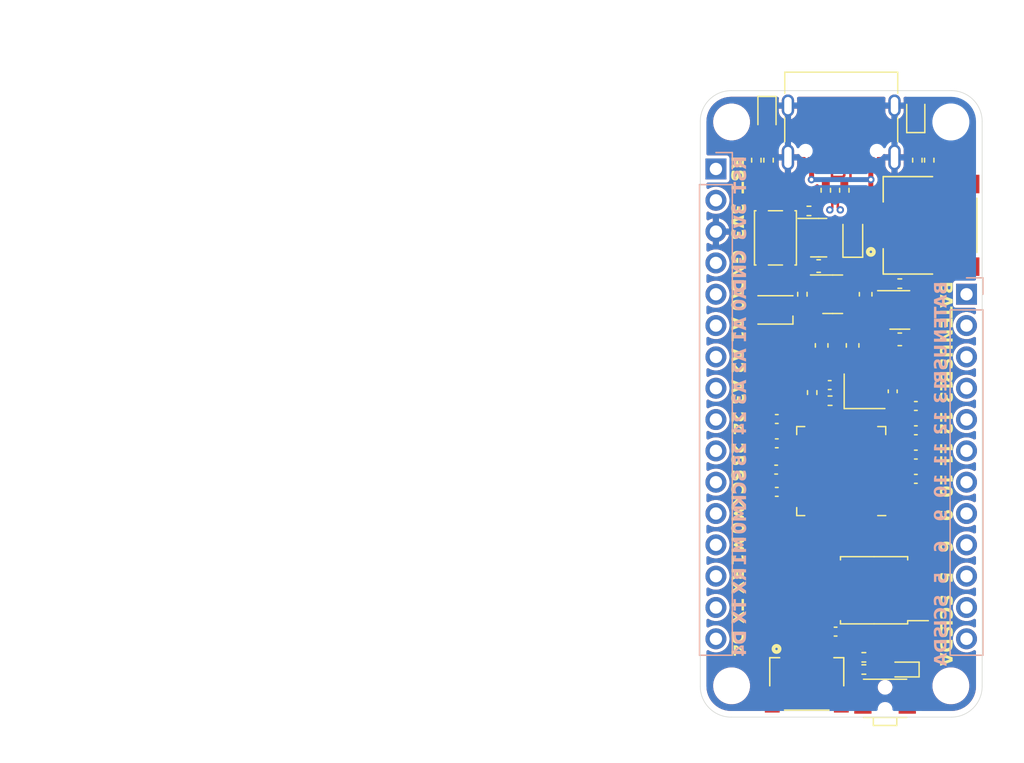
<source format=kicad_pcb>
(kicad_pcb (version 20240108) (generator "pcbnew") (generator_version "8.0")
  (layers (0 "F.Cu" signal) (31 "B.Cu" signal) (34 "B.Paste" user) (35 "F.Paste" user) (36 "B.SilkS" user "B.Silkscreen") (37 "F.SilkS" user "F.Silkscreen") (38 "B.Mask" user) (39 "F.Mask" user) (44 "Edge.Cuts" user))
  (net 0 "")
  (net 1 "GND")
  (net 2 "Net-(U1-XIN)")
  (net 3 "Net-(C2-Pad2)")
  (net 4 "Net-(D1-K)")
  (net 5 "+3V3")
  (net 6 "VBAT")
  (net 7 "+1V2")
  (net 8 "VBUS")
  (net 9 "Net-(D2-A)")
  (net 10 "Net-(D2-K)")
  (net 11 "Net-(D3-A)")
  (net 12 "Net-(D3-K)")
  (net 13 "Net-(D4-A)")
  (net 15 "/RGB_LED")
  (net 16 "Net-(J1-D--PadA7)")
  (net 18 "Net-(J1-D+-PadA6)")
  (net 19 "Net-(J1-CC1)")
  (net 21 "Net-(J1-CC2)")
  (net 22 "/SDA")
  (net 23 "/SCL")
  (net 43 "/~{RST}")
  (net 44 "Net-(U1-XOUT)")
  (net 45 "/QSPI_SS")
  (net 46 "/USB_DN")
  (net 47 "/USB_DP")
  (net 48 "Net-(U3-EN)")
  (net 49 "Net-(U4-PROG)")
  (net 50 "/GPIO13")
  (net 51 "/GPIO29_ADC3")
  (net 52 "/GPIO28_ADC2")
  (net 53 "/QSPI_SD1")
  (net 54 "/GPIO0")
  (net 55 "/GPIO1")
  (net 56 "/QSPI_SCLK")
  (net 57 "/GPIO18")
  (net 58 "/GPIO25")
  (net 59 "/SWCLK")
  (net 60 "/GPIO20")
  (net 61 "/GPIO23")
  (net 62 "/GPIO2")
  (net 63 "/GPIO6")
  (net 64 "/GPIO4")
  (net 65 "/GPIO12")
  (net 66 "/GPIO10")
  (net 67 "/QSPI_SD2")
  (net 69 "/GPIO11")
  (net 70 "/GPIO16")
  (net 71 "/GPIO19")
  (net 72 "/GPIO17")
  (net 73 "/GPIO14")
  (net 74 "/GPIO27_ADC1")
  (net 75 "/QSPI_SD3")
  (net 76 "/QSPI_SD0")
  (net 77 "/GPIO9")
  (net 78 "/GPIO15")
  (net 79 "/GPIO21")
  (net 80 "/SWD")
  (net 81 "/GPIO3")
  (net 82 "/GPIO26_ADC0")
  (net 83 "/GPIO22")
  (net 84 "/GPIO8")
  (net 85 "/GPIO7")
  (net 86 "/GPIO5")
  (net 87 "/GPIO24")
  (footprint "Package_DFN_QFN:QFN-56-1EP_7x7mm_P0.4mm_EP3.2x3.2mm" (layer "F.Cu") (at 132.0064 97.117 180)
    (property "Reference" "U1" (hide yes))
    (property "Value" "RP2040")
  )
  (footprint "MountingHole:MountingHole_2.5mm" (layer "F.Cu") (at 140.8964 114.5286)
    (property "Reference" "H4" (hide yes))
    (property "Value" "MountingHole")
  )
  (footprint "Button_Switch_SMD:SW_SPST_PTS810" (layer "F.Cu") (at 126.6724 78.2066 90)
    (property "Reference" "SW2" (hide yes))
    (property "Value" "SW_Push")
  )
  (footprint "Capacitor_SMD:C_0402_1005Metric" (layer "F.Cu") (at 126.7814 98.8049)
    (property "Reference" "C15" (hide yes))
    (property "Value" "100nF")
  )
  (footprint "LED_SMD:LED_WS2812B-2020_PLCC4_2.0x2.0mm" (layer "F.Cu") (at 126.6724 84.0486 180)
    (property "Reference" "D5" (hide yes))
    (property "Value" "WS2812B")
  )
  (footprint "Resistor_SMD:R_0402_1005Metric" (layer "F.Cu") (at 125.123 71.9074 90)
    (property "Reference" "R13" (hide yes))
    (property "Value" "10K")
  )
  (footprint "Resistor_SMD:R_0402_1005Metric" (layer "F.Cu") (at 128.8568 82.7786 -90)
    (property "Reference" "R9" (hide yes))
    (property "Value" "10K")
  )
  (footprint "MountingHole:MountingHole_2.5mm" (layer "F.Cu") (at 123.1164 68.8086)
    (property "Reference" "H2" (hide yes))
    (property "Value" "MountingHole")
  )
  (footprint "Capacitor_SMD:C_0402_1005Metric" (layer "F.Cu") (at 138.059 91.8393)
    (property "Reference" "C7" (hide yes))
    (property "Value" "100nF")
  )
  (footprint "Connector_USB:USB_C_Receptacle_G-Switch_GT-USB-7010ASV" (layer "F.Cu") (at 132.0064 68.5546 180)
    (property "Reference" "J1" (hide yes))
    (property "Value" "USB_C_Receptacle_USB2.0")
  )
  (footprint "Package_TO_SOT_SMD:SOT-23-5" (layer "F.Cu") (at 131.3151 82.7786)
    (property "Reference" "U3" (hide yes))
    (property "Value" "AP2112K-3.3")
  )
  (footprint "Button_Switch_SMD:SW_SPST_EVQP7C" (layer "F.Cu") (at 135.5624 115.5446)
    (property "Reference" "SW1" (hide yes))
    (property "Value" "SW_Push")
  )
  (footprint "S2B-PH-SM4-TB_LF__SN_:JST_S2B-PH-SM4-TB_LF__SN_" (layer "F.Cu") (at 135.7604 77.1906 90)
    (property "Reference" "J6" (hide yes))
    (property "Value" "BAT")
  )
  (footprint "Crystal:Crystal_SMD_2520-4Pin_2.5x2.0mm" (layer "F.Cu") (at 133.896 90.6485)
    (property "Reference" "Y1" (hide yes))
    (property "Value" "24MHz")
  )
  (footprint "Package_TO_SOT_SMD:SOT-23-5" (layer "F.Cu") (at 136.7562 84.0486)
    (property "Reference" "U4" (hide yes))
    (property "Value" "MCP73831")
  )
  (footprint "MountingHole:MountingHole_2.5mm" (layer "F.Cu") (at 140.8964 68.8086)
    (property "Reference" "H1" (hide yes))
    (property "Value" "MountingHole")
  )
  (footprint "LED_SMD:LED_0603_1608Metric" (layer "F.Cu") (at 125.9866 68.2244 -90)
    (property "Reference" "D4" (hide yes))
    (property "Value" "LED")
  )
  (footprint "Resistor_SMD:R_0402_1005Metric" (layer "F.Cu") (at 132.2564 74.3458 -90)
    (property "Reference" "R6" (hide yes))
    (property "Value" "220")
  )
  (footprint "Resistor_SMD:R_0402_1005Metric" (layer "F.Cu") (at 138.1786 71.9074 -90)
    (property "Reference" "R4" (hide yes))
    (property "Value" "5K1")
  )
  (footprint "Capacitor_SMD:C_0603_1608Metric" (layer "F.Cu") (at 130.4208 86.9271 90)
    (property "Reference" "C6" (hide yes))
    (property "Value" "1uF")
  )
  (footprint "Diode_SMD:D_SOD-110" (layer "F.Cu") (at 132.9462 78.1681 90)
    (property "Reference" "D1" (hide yes))
    (property "Value" "MBR0520")
  )
  (footprint "Resistor_SMD:R_0402_1005Metric" (layer "F.Cu") (at 136.7562 81.915 180)
    (property "Reference" "R10" (hide yes))
    (property "Value" "5K1")
  )
  (footprint "LED_SMD:LED_0603_1608Metric" (layer "F.Cu") (at 138.0516 68.1844 90)
    (property "Reference" "D2" (hide yes))
    (property "Value" "LED")
  )
  (footprint "Resistor_SMD:R_0402_1005Metric" (layer "F.Cu") (at 131.102 91.4105 180)
    (property "Reference" "R2" (hide yes))
    (property "Value" "1K")
  )
  (footprint "Resistor_SMD:R_0402_1005Metric" (layer "F.Cu") (at 133.8424 113.2078)
    (property "Reference" "R12" (hide yes))
    (property "Value" "10K")
  )
  (footprint "Package_SO:SOIC-8_5.23x5.23mm_P1.27mm" (layer "F.Cu") (at 134.6708 106.7816 180)
    (property "Reference" "U2" (hide yes))
    (property "Value" "W25Q128JVS")
  )
  (footprint "Capacitor_SMD:C_0603_1608Metric" (layer "F.Cu") (at 136.7562 86.4362)
    (property "Reference" "C5" (hide yes))
    (property "Value" "10u")
  )
  (footprint "Package_TO_SOT_SMD:SOT-23" (layer "F.Cu") (at 130.1776 78.1906)
    (property "Reference" "Q1" (hide yes))
    (property "Value" "BSS83P")
  )
  (footprint "Capacitor_SMD:C_0402_1005Metric" (layer "F.Cu") (at 126.7814 92.8949)
    (property "Reference" "C12" (hide yes))
    (property "Value" "100nF")
  )
  (footprint "Capacitor_SMD:C_0402_1005Metric" (layer "F.Cu") (at 126.7814 94.8649)
    (property "Reference" "C13" (hide yes))
    (property "Value" "100nF")
  )
  (footprint "Capacitor_SMD:C_0402_1005Metric" (layer "F.Cu") (at 131.074 90.1405 180)
    (property "Reference" "C2" (hide yes))
    (property "Value" "22p")
  )
  (footprint "Resistor_SMD:R_0402_1005Metric" (layer "F.Cu") (at 129.6522 90.7501 -90)
    (property "Reference" "R1" (hide yes))
    (property "Value" "10K")
  )
  (footprint "Resistor_SMD:R_0402_1005Metric" (layer "F.Cu") (at 126.1136 71.9074 -90)
    (property "Reference" "R5" (hide yes))
    (property "Value" "5K1")
  )
  (footprint "Diode_SMD:D_SOD-523" (layer "F.Cu") (at 137.0624 113.2078 180)
    (property "Reference" "D3" (hide yes))
    (property "Value" "1N4148WT")
  )
  (footprint "Resistor_SMD:R_0402_1005Metric" (layer "F.Cu") (at 130.7564 74.3458 -90)
    (property "Reference" "R7" (hide yes))
    (property "Value" "220")
  )
  (footprint "Capacitor_SMD:C_0402_1005Metric" (layer "F.Cu") (at 136.182 90.6485 90)
    (property "Reference" "C1" (hide yes))
    (property "Value" "22p")
  )
  (footprint "Capacitor_SMD:C_0603_1608Metric" (layer "F.Cu") (at 133.9876 82.7786 -90)
    (property "Reference" "C4" (hide yes))
    (property "Value" "10u")
  )
  (footprint "Resistor_SMD:R_0402_1005Metric" (layer "F.Cu") (at 133.8424 112.2172)
    (property "Reference" "R3" (hide yes))
    (property "Value" "10K")
  )
  (footprint "Resistor_SMD:R_0402_1005Metric" (layer "F.Cu") (at 139.1438 71.9074 -90)
    (property "Reference" "R11" (hide yes))
    (property "Value" "10K")
  )
  (footprint "Capacitor_SMD:C_0402_1005Metric" (layer "F.Cu") (at 138.059 95.7793)
    (property "Reference" "C10" (hide yes))
    (property "Value" "100nF")
  )
  (footprint "Capacitor_SMD:C_0402_1005Metric" (layer "F.Cu") (at 131.5508 110.1344)
    (property "Reference" "C16" (hide yes))
    (property "Value" "100nF")
  )
  (footprint "Resistor_SMD:R_0402_1005Metric" (layer "F.Cu") (at 129.3902 76.0222)
    (property "Reference" "R8" (hide yes))
    (property "Value" "10K")
  )
  (footprint "Capacitor_SMD:C_0603_1608Metric" (layer "F.Cu") (at 130.1776 80.4926 180)
    (property "Reference" "C3" (hide yes))
    (property "Value" "10u")
  )
  (footprint "Capacitor_SMD:C_0603_1608Metric" (layer "F.Cu") (at 132.9308 86.9271 90)
    (property "Reference" "C9" (hide yes))
    (property "Value" "1uF")
  )
  (footprint "SM04B-SRSS-TB_LF__SN_:JST_SM04B-SRSS-TB_LF__SN_" (layer "F.Cu") (at 129.2124 111.9236)
    (property "Reference" "J2" (hide yes))
    (property "Value" "I2C")
  )
  (footprint "Capacitor_SMD:C_0402_1005Metric" (layer "F.Cu") (at 138.059 93.8093)
    (property "Reference" "C8" (hide yes))
    (property "Value" "100nF")
  )
  (footprint "Capacitor_SMD:C_0402_1005Metric" (layer "F.Cu") (at 138.059 97.7493)
    (property "Reference" "C11" (hide yes))
    (property "Value" "100nF")
  )
  (footprint "MountingHole:MountingHole_2.5mm" (layer "F.Cu") (at 123.1164 114.5286)
    (property "Reference" "H3" (hide yes))
    (property "Value" "MountingHole")
  )
  (footprint "Capacitor_SMD:C_0402_1005Metric" (layer "F.Cu") (at 126.7306 96.9985)
    (property "Reference" "C14" (hide yes))
    (property "Value" "100nF")
  )
  (footprint "Connector_PinHeader_2.54mm:PinHeader_1x16_P2.54mm_Vertical" (layer "B.Cu") (at 121.8464 72.6186 180)
    (property "Reference" "J4" (hide yes))
    (property "Value" "Conn_01x16")
  )
  (footprint "Connector_PinHeader_2.54mm:PinHeader_1x12_P2.54mm_Vertical" (layer "B.Cu") (at 142.1664 82.7786 180)
    (property "Reference" "J5" (hide yes))
    (property "Value" "Conn_01x12")
  )
  (gr_arc (start 140.9364 66.2686) (mid 142.704167 67.000833) (end 143.4364 68.7686) (stroke (width 0.05)) (layer "Edge.Cuts"))
  (gr_line (start 123.0764 117.0686) (end 140.9364 117.0686) (stroke (width 0.05)) (layer "Edge.Cuts"))
  (gr_line (start 123.0764 66.2686) (end 140.9364 66.2686) (stroke (width 0.05)) (layer "Edge.Cuts"))
  (gr_line (start 143.4364 68.7686) (end 143.4364 114.5686) (stroke (width 0.05)) (layer "Edge.Cuts"))
  (gr_arc (start 120.5764 68.7686) (mid 121.308633 67.000833) (end 123.0764 66.2686) (stroke (width 0.05)) (layer "Edge.Cuts"))
  (gr_line (start 120.5764 68.7686) (end 120.5764 114.5686) (stroke (width 0.05)) (layer "Edge.Cuts"))
  (gr_arc (start 123.0764 117.0686) (mid 121.308633 116.336367) (end 120.5764 114.5686) (stroke (width 0.05)) (layer "Edge.Cuts"))
  (gr_arc (start 143.4364 114.5686) (mid 142.704167 116.336367) (end 140.9364 117.0686) (stroke (width 0.05)) (layer "Edge.Cuts"))
  (gr_text "3V3" (at 124.46 75.3872 90) (layer "B.SilkS") (effects (font (size 1 1) (thickness 0.25) (bold yes)) (justify left bottom mirror)))
  (gr_text "GND" (at 124.46 79.1972 90) (layer "B.SilkS") (effects (font (size 1 1) (thickness 0.25) (bold yes)) (justify left bottom mirror)))
  (gr_text "5" (at 140.716 105.302556 -270) (layer "B.SilkS") (effects (font (size 1 1) (thickness 0.25) (bold yes)) (justify left bottom mirror)))
  (gr_text "6" (at 140.716 102.762556 -270) (layer "B.SilkS") (effects (font (size 1 1) (thickness 0.25) (bold yes)) (justify left bottom mirror)))
  (gr_text "25" (at 124.46 94.786956 90) (layer "B.SilkS") (effects (font (size 1 1) (thickness 0.25) (bold yes)) (justify left bottom mirror)))
  (gr_text "12" (at 140.716 92.2528 -270) (layer "B.SilkS") (effects (font (size 1 1) (thickness 0.25) (bold yes)) (justify left bottom mirror)))
  (gr_text "M1" (at 124.46 102.406956 90) (layer "B.SilkS") (effects (font (size 1 1) (thickness 0.25) (bold yes)) (justify left bottom mirror)))
  (gr_text "A1" (at 124.46 84.626956 90) (layer "B.SilkS") (effects (font (size 1 1) (thickness 0.25) (bold yes)) (justify left bottom mirror)))
  (gr_text "24" (at 124.46 92.246956 90) (layer "B.SilkS") (effects (font (size 1 1) (thickness 0.25) (bold yes)) (justify left bottom mirror)))
  (gr_text "A0" (at 124.46 82.086956 90) (layer "B.SilkS") (effects (font (size 1 1) (thickness 0.25) (bold yes)) (justify left bottom mirror)))
  (gr_text "A3" (at 124.46 89.706956 90) (layer "B.SilkS") (effects (font (size 1 1) (thickness 0.25) (bold yes)) (justify left bottom mirror)))
  (gr_text "SCL" (at 140.716 107.143044 -270) (layer "B.SilkS") (effects (font (size 1 1) (thickness 0.25) (bold yes)) (justify left bottom mirror)))
  (gr_text "11" (at 140.716 94.7928 -270) (layer "B.SilkS") (effects (font (size 1 1) (thickness 0.25) (bold yes)) (justify left bottom mirror)))
  (gr_text "TX" (at 124.46 107.486956 90) (layer "B.SilkS") (effects (font (size 1 1) (thickness 0.25) (bold yes)) (justify left bottom mirror)))
  (gr_text "SDA" (at 140.716 109.683044 -270) (layer "B.SilkS") (effects (font (size 1 1) (thickness 0.25) (bold yes)) (justify left bottom mirror)))
  (gr_text "EN" (at 140.716 84.6328 -270) (layer "B.SilkS") (effects (font (size 1 1) (thickness 0.25) (bold yes)) (justify left bottom mirror)))
  (gr_text "RST" (at 124.46 71.5772 90) (layer "B.SilkS") (effects (font (size 1 1) (thickness 0.25) (bold yes)) (justify left bottom mirror)))
  (gr_text "SCK" (at 124.46 96.9772 90) (layer "B.SilkS") (effects (font (size 1 1) (thickness 0.25) (bold yes)) (justify left bottom mirror)))
  (gr_text "A2" (at 124.46 87.166956 90) (layer "B.SilkS") (effects (font (size 1 1) (thickness 0.25) (bold yes)) (justify left bottom mirror)))
  (gr_text "13" (at 140.716 89.7128 -270) (layer "B.SilkS") (effects (font (size 1 1) (thickness 0.25) (bold yes)) (justify left bottom mirror)))
  (gr_text "9" (at 140.716 100.222556 -270) (layer "B.SilkS") (effects (font (size 1 1) (thickness 0.25) (bold yes)) (justify left bottom mirror)))
  (gr_text "10" (at 140.716 97.3328 -270) (layer "B.SilkS") (effects (font (size 1 1) (thickness 0.25) (bold yes)) (justify left bottom mirror)))
  (gr_text "D4" (at 124.46 110.026956 90) (layer "B.SilkS") (effects (font (size 1 1) (thickness 0.25) (bold yes)) (justify left bottom mirror)))
  (gr_text "USB" (at 140.716 86.823044 -270) (layer "B.SilkS") (effects (font (size 1 1) (thickness 0.25) (bold yes)) (justify left bottom mirror)))
  (gr_text "RX" (at 124.46 104.946956 90) (layer "B.SilkS") (effects (font (size 1 1) (thickness 0.25) (bold yes)) (justify left bottom mirror)))
  (gr_text "BAT" (at 140.716 81.743044 -270) (layer "B.SilkS") (effects (font (size 1 1) (thickness 0.25) (bold yes)) (justify left bottom mirror)))
  (gr_text "M0" (at 124.46 99.866956 90) (layer "B.SilkS") (effects (font (size 1 1) (thickness 0.25) (bold yes)) (justify left bottom mirror)))
  (gr_text "3V3" (at 122.931652 75.379333 -90) (layer "F.SilkS") (effects (font (size 1 1) (thickness 0.25) (bold yes)) (justify left bottom)))
  (gr_text "EN" (at 139.8524 84.619089 270) (layer "F.SilkS") (effects (font (size 1 1) (thickness 0.25) (bold yes)) (justify left bottom)))
  (gr_text "5" (at 139.8524 105.288845 270) (layer "F.SilkS") (effects (font (size 1 1) (thickness 0.25) (bold yes)) (justify left bottom)))
  (gr_text "SDA" (at 139.8524 109.669333 270) (layer "F.SilkS") (effects (font (size 1 1) (thickness 0.25) (bold yes)) (justify left bottom)))
  (gr_text "A3" (at 122.931652 89.699089 -90) (layer "F.SilkS") (effects (font (size 1 1) (thickness 0.25) (bold yes)) (justify left bottom)))
  (gr_text "24" (at 122.931652 92.239089 -90) (layer "F.SilkS") (effects (font (size 1 1) (thickness 0.25) (bold yes)) (justify left bottom)))
  (gr_text "25" (at 122.931652 94.779089 -90) (layer "F.SilkS") (effects (font (size 1 1) (thickness 0.25) (bold yes)) (justify left bottom)))
  (gr_text "A2" (at 122.931652 87.159089 -90) (layer "F.SilkS") (effects (font (size 1 1) (thickness 0.25) (bold yes)) (justify left bottom)))
  (gr_text "USB" (at 139.8524 86.809333 270) (layer "F.SilkS") (effects (font (size 1 1) (thickness 0.25) (bold yes)) (justify left bottom)))
  (gr_text "SCK" (at 122.931652 96.969333 -90) (layer "F.SilkS") (effects (font (size 1 1) (thickness 0.25) (bold yes)) (justify left bottom)))
  (gr_text "10" (at 139.8524 97.319089 270) (layer "F.SilkS") (effects (font (size 1 1) (thickness 0.25) (bold yes)) (justify left bottom)))
  (gr_text "M1" (at 122.931652 102.399089 -90) (layer "F.SilkS") (effects (font (size 1 1) (thickness 0.25) (bold yes)) (justify left bottom)))
  (gr_text "BAT" (at 139.8524 81.729333 270) (layer "F.SilkS") (effects (font (size 1 1) (thickness 0.25) (bold yes)) (justify left bottom)))
  (gr_text "M0" (at 122.931652 99.859089 -90) (layer "F.SilkS") (effects (font (size 1 1) (thickness 0.25) (bold yes)) (justify left bottom)))
  (gr_text "TX" (at 122.931652 107.479089 -90) (layer "F.SilkS") (effects (font (size 1 1) (thickness 0.25) (bold yes)) (justify left bottom)))
  (gr_text "6" (at 139.8524 102.748845 270) (layer "F.SilkS") (effects (font (size 1 1) (thickness 0.25) (bold yes)) (justify left bottom)))
  (gr_text "GND" (at 122.931652 79.189333 -90) (layer "F.SilkS") (effects (font (size 1 1) (thickness 0.25) (bold yes)) (justify left bottom)))
  (gr_text "A0" (at 122.931652 82.079089 -90) (layer "F.SilkS") (effects (font (size 1 1) (thickness 0.25) (bold yes)) (justify left bottom)))
  (gr_text "D4" (at 122.931652 110.019089 -90) (layer "F.SilkS") (effects (font (size 1 1) (thickness 0.25) (bold yes)) (justify left bottom)))
  (gr_text "11" (at 139.8524 94.779089 270) (layer "F.SilkS") (effects (font (size 1 1) (thickness 0.25) (bold yes)) (justify left bottom)))
  (gr_text "13" (at 139.8524 89.699089 270) (layer "F.SilkS") (effects (font (size 1 1) (thickness 0.25) (bold yes)) (justify left bottom)))
  (gr_text "RX" (at 122.931652 104.939089 -90) (layer "F.SilkS") (effects (font (size 1 1) (thickness 0.25) (bold yes)) (justify left bottom)))
  (gr_text "9" (at 139.8524 100.208845 270) (layer "F.SilkS") (effects (font (size 1 1) (thickness 0.25) (bold yes)) (justify left bottom)))
  (gr_text "12" (at 139.8524 92.239089 270) (layer "F.SilkS") (effects (font (size 1 1) (thickness 0.25) (bold yes)) (justify left bottom)))
  (gr_text "SCL" (at 139.8524 107.129333 270) (layer "F.SilkS") (effects (font (size 1 1) (thickness 0.25) (bold yes)) (justify left bottom)))
  (gr_text "A1" (at 122.931652 84.619089 -90) (layer "F.SilkS") (effects (font (size 1 1) (thickness 0.25) (bold yes)) (justify left bottom)))
  (gr_text "RST" (at 122.931652 71.569333 -90) (layer "F.SilkS") (effects (font (size 1 1) (thickness 0.25) (bold yes)) (justify left bottom)))
  (segment (start 130.1776 81.8286) (end 130.1776 81.2676) (width 0.4) (layer "F.Cu") (net 4))
  (segment (start 132.9462 79.1181) (end 132.9462 79.756) (width 0.4) (layer "F.Cu") (net 4))
  (segment (start 132.2096 80.4926) (end 130.9526 80.4926) (width 0.4) (layer "F.Cu") (net 4))
  (segment (start 129.2968 81.8286) (end 130.1776 81.8286) (width 0.2) (layer "F.Cu") (net 4))
  (segment (start 128.8568 82.2686) (end 129.2968 81.8286) (width 0.2) (layer "F.Cu") (net 4))
  (segment (start 130.1776 81.2676) (end 130.9526 80.4926) (width 0.4) (layer "F.Cu") (net 4))
  (segment (start 132.9462 79.756) (end 132.2096 80.4926) (width 0.4) (layer "F.Cu") (net 4))
  (segment (start 129.2626 79.1181) (end 129.2401 79.1406) (width 0.4) (layer "F.Cu") (net 4))
  (segment (start 132.9462 79.1181) (end 129.2626 79.1181) (width 0.4) (layer "F.Cu") (net 4))
  (segment (start 131.4196 111.4806) (end 132.1562 112.2172) (width 0.2) (layer "F.Cu") (net 5))
  (segment (start 132.4526 81.8286) (end 133.8126 81.8286) (width 0.4) (layer "F.Cu") (net 5))
  (segment (start 131.0708 108.6866) (end 131.0708 110.1344) (width 0.2) (layer "F.Cu") (net 5))
  (segment (start 131.0708 110.1344) (end 131.4196 110.4832) (width 0.2) (layer "F.Cu") (net 5))
  (segment (start 133.8126 81.8286) (end 133.9876 82.0036) (width 0.4) (layer "F.Cu") (net 5))
  (segment (start 132.1562 112.2172) (end 133.3324 112.2172) (width 0.2) (layer "F.Cu") (net 5))
  (segment (start 131.4196 110.4832) (end 131.4196 111.4806) (width 0.2) (layer "F.Cu") (net 5))
  (segment (start 135.6187 86.0737) (end 135.9812 86.4362) (width 0.4) (layer "F.Cu") (net 6))
  (segment (start 135.6187 84.9986) (end 135.6187 86.0737) (width 0.4) (layer "F.Cu") (net 6))
  (segment (start 135.7604 78.1906) (end 131.1151 78.1906) (width 0.4) (layer "F.Cu") (net 6))
  (segment (start 129.2626 77.2181) (end 129.2401 77.2406) (width 0.4) (layer "F.Cu") (net 8))
  (segment (start 139.1438 76.454) (end 138.3797 77.2181) (width 0.2) (layer "F.Cu") (net 8))
  (segment (start 134.4064 73.4822) (end 134.4064 74.2064) (width 0.4) (layer "F.Cu") (net 8))
  (segment (start 134.4064 74.2064) (end 132.9462 75.6666) (width 0.4) (layer "F.Cu") (net 8))
  (segment (start 132.9462 77.2181) (end 129.2626 77.2181) (width 0.4) (layer "F.Cu") (net 8))
  (segment (start 129.6064 72.2796) (end 129.6064 73.4692) (width 0.4) (layer "F.Cu") (net 8))
  (segment (start 128.8802 76.0222) (end 128.8802 76.8807) (width 0.4) (layer "F.Cu") (net 8))
  (segment (start 128.8802 76.8807) (end 129.2401 77.2406) (width 0.4) (layer "F.Cu") (net 8))
  (segment (start 129.6064 73.4692) (end 129.5934 73.4822) (width 0.4) (layer "F.Cu") (net 8))
  (segment (start 132.9462 75.6666) (end 132.9462 77.2181) (width 0.4) (layer "F.Cu") (net 8))
  (segment (start 134.4064 72.2796) (end 134.4064 73.4822) (width 0.4) (layer "F.Cu") (net 8))
  (segment (start 139.1438 72.4174) (end 139.1438 76.454) (width 0.2) (layer "F.Cu") (net 8))
  (segment (start 138.3797 77.2181) (end 132.9462 77.2181) (width 0.2) (layer "F.Cu") (net 8))
  (via (at 129.5934 73.4822) (size 0.6) (drill 0.3) (layers "F.Cu" "B.Cu") (net 8))
  (via (at 134.4064 73.4822) (size 0.6) (drill 0.3) (layers "F.Cu" "B.Cu") (net 8))
  (segment (start 129.5934 73.4822) (end 134.4064 73.4822) (width 0.4) (layer "B.Cu") (net 8))
  (segment (start 138.8644 71.118) (end 138.8644 68.2097) (width 0.2) (layer "F.Cu") (net 9))
  (segment (start 139.1438 71.3974) (end 138.8644 71.118) (width 0.2) (layer "F.Cu") (net 9))
  (segment (start 138.8644 68.2097) (end 138.0516 67.3969) (width 0.2) (layer "F.Cu") (net 9))
  (segment (start 136.3624 113.2078) (end 134.3524 113.2078) (width 0.2) (layer "F.Cu") (net 11))
  (segment (start 136.8424 115.7446) (end 134.2824 115.7446) (width 0.2) (layer "F.Cu") (net 12))
  (segment (start 138.5824 115.7732) (end 138.091 116.2646) (width 0.2) (layer "F.Cu") (net 12))
  (segment (start 137.7624 113.2078) (end 138.5824 114.0278) (width 0.2) (layer "F.Cu") (net 12))
  (segment (start 138.091 116.2646) (end 137.3624 116.2646) (width 0.2) (layer "F.Cu") (net 12))
  (segment (start 138.5824 114.0278) (end 138.5824 115.7732) (width 0.2) (layer "F.Cu") (net 12))
  (segment (start 134.2824 115.7446) (end 133.7624 116.2646) (width 0.2) (layer "F.Cu") (net 12))
  (segment (start 137.3624 116.2646) (end 136.8424 115.7446) (width 0.2) (layer "F.Cu") (net 12))
  (segment (start 125.9866 70.5338) (end 125.9866 69.0119) (width 0.2) (layer "F.Cu") (net 13))
  (segment (start 125.123 71.3974) (end 125.9866 70.5338) (width 0.2) (layer "F.Cu") (net 13))
  (segment (start 132.7564 72.2796) (end 132.7564 71.4096) (width 0.2) (layer "F.Cu") (net 16))
  (segment (start 131.7564 71.4096) (end 131.7564 72.2796) (width 0.2) (layer "F.Cu") (net 16))
  (segment (start 132.2564 73.8358) (end 132.7564 73.3358) (width 0.2) (layer "F.Cu") (net 16))
  (segment (start 132.7564 73.3358) (end 132.7564 72.2796) (width 0.2) (layer "F.Cu") (net 16))
  (segment (start 132.5176 71.1708) (end 131.9952 71.1708) (width 0.2) (layer "F.Cu") (net 16))
  (segment (start 132.7564 71.4096) (end 132.5176 71.1708) (width 0.2) (layer "F.Cu") (net 16))
  (segment (start 131.9952 71.1708) (end 131.7564 71.4096) (width 0.2) (layer "F.Cu") (net 16))
  (segment (start 130.7564 73.8358) (end 131.2564 73.3358) (width 0.2) (layer "F.Cu") (net 18))
  (segment (start 131.3264 73.2658) (end 131.2564 73.3358) (width 0.2) (layer "F.Cu") (net 18))
  (segment (start 131.2564 73.3358) (end 131.2564 72.2796) (width 0.2) (layer "F.Cu") (net 18))
  (segment (start 132.2564 72.2796) (end 132.2564 73.1496) (width 0.2) (layer "F.Cu") (net 18))
  (segment (start 132.1402 73.2658) (end 131.3264 73.2658) (width 0.2) (layer "F.Cu") (net 18))
  (segment (start 132.2564 73.1496) (end 132.1402 73.2658) (width 0.2) (layer "F.Cu") (net 18))
  (segment (start 137.1108 70.3296) (end 134.3364 70.3296) (width 0.2) (layer "F.Cu") (net 19))
  (segment (start 134.3364 70.3296) (end 133.2564 71.4096) (width 0.2) (layer "F.Cu") (net 19))
  (segment (start 133.2564 71.4096) (end 133.2564 72.2796) (width 0.2) (layer "F.Cu") (net 19))
  (segment (start 138.1786 71.3974) (end 137.1108 70.3296) (width 0.2) (layer "F.Cu") (net 19))
  (segment (start 126.1136 71.3974) (end 127.1814 70.3296) (width 0.2) (layer "F.Cu") (net 21))
  (segment (start 130.2564 70.8796) (end 130.2564 72.2796) (width 0.2) (layer "F.Cu") (net 21))
  (segment (start 129.7064 70.3296) (end 130.2564 70.8796) (width 0.2) (layer "F.Cu") (net 21))
  (segment (start 127.1814 70.3296) (end 129.7064 70.3296) (width 0.2) (layer "F.Cu") (net 21))
  (segment (start 134.3524 112.2172) (end 134.323 112.2172) (width 0.2) (layer "F.Cu") (net 45))
  (segment (start 138.2708 110.3952) (end 138.2708 108.6866) (width 0.2) (layer "F.Cu") (net 45))
  (segment (start 136.4488 112.2172) (end 138.2708 110.3952) (width 0.2) (layer "F.Cu") (net 45))
  (segment (start 134.323 112.2172) (end 133.3324 113.2078) (width 0.2) (layer "F.Cu") (net 45))
  (segment (start 134.3524 112.2172) (end 136.4488 112.2172) (width 0.2) (layer "F.Cu") (net 45))
  (segment (start 131.731401 75.380799) (end 131.731401 75.737744) (width 0.2) (layer "F.Cu") (net 46))
  (segment (start 132.2564 74.8558) (end 131.731401 75.380799) (width 0.2) (layer "F.Cu") (net 46))
  (segment (start 131.731401 75.737744) (end 131.9314 75.937743) (width 0.2) (layer "F.Cu") (net 46))
  (via (at 131.9314 75.937743) (size 0.6) (drill 0.3) (layers "F.Cu" "B.Cu") (net 46))
  (segment (start 130.7564 74.8558) (end 131.281399 75.380799) (width 0.2) (layer "F.Cu") (net 47))
  (segment (start 131.281399 75.380799) (end 131.281399 75.737744) (width 0.2) (layer "F.Cu") (net 47))
  (segment (start 131.281399 75.737744) (end 131.0814 75.937743) (width 0.2) (layer "F.Cu") (net 47))
  (via (at 131.0814 75.937743) (size 0.6) (drill 0.3) (layers "F.Cu" "B.Cu") (net 47))
  (segment (start 128.8568 83.2886) (end 129.2968 83.7286) (width 0.2) (layer "F.Cu") (net 48))
  (segment (start 129.2968 83.7286) (end 130.1776 83.7286) (width 0.2) (layer "F.Cu") (net 48))
  (segment (start 137.2662 81.915) (end 137.569 81.915) (width 0.4) (layer "F.Cu") (net 49))
  (segment (start 137.569 81.915) (end 137.8937 82.2397) (width 0.4) (layer "F.Cu") (net 49))
  (segment (start 137.8937 82.2397) (end 137.8937 83.0986) (width 0.4) (layer "F.Cu") (net 49))
  (zone (net 1) (net_name "GND") (layer "F.Cu") (connect_pads thru_hole_only (clearance 0.25)) (min_thickness 0.25) (fill yes (thermal_gap 0.25) (thermal_bridge_width 0.5))
    (polygon (pts (arc (start 143.4364 68.7686) (mid 142.704167 67.000833) (end 140.9364 66.2686)) (arc (start 123.0764 66.2686) (mid 121.308633 67.000833) (end 120.5764 68.7686)) (arc (start 120.5764 114.5686) (mid 121.308633 116.336367) (end 123.0764 117.0686)) (arc (start 140.9364 117.0686) (mid 142.704167 116.336367) (end 143.4364 114.5686))))
  )
  (zone (net 1) (net_name "GND") (layer "B.Cu") (connect_pads thru_hole_only (clearance 0.25)) (min_thickness 0.25) (fill yes (thermal_gap 0.25) (thermal_bridge_width 0.5))
    (polygon (pts (arc (start 143.4364 68.7686) (mid 142.704167 67.000833) (end 140.9364 66.2686)) (arc (start 123.0764 66.2686) (mid 121.308633 67.000833) (end 120.5764 68.7686)) (arc (start 120.5764 114.5686) (mid 121.308633 116.336367) (end 123.0764 117.0686)) (arc (start 140.9364 117.0686) (mid 142.704167 116.336367) (end 143.4364 114.5686))))
  )
)
</source>
